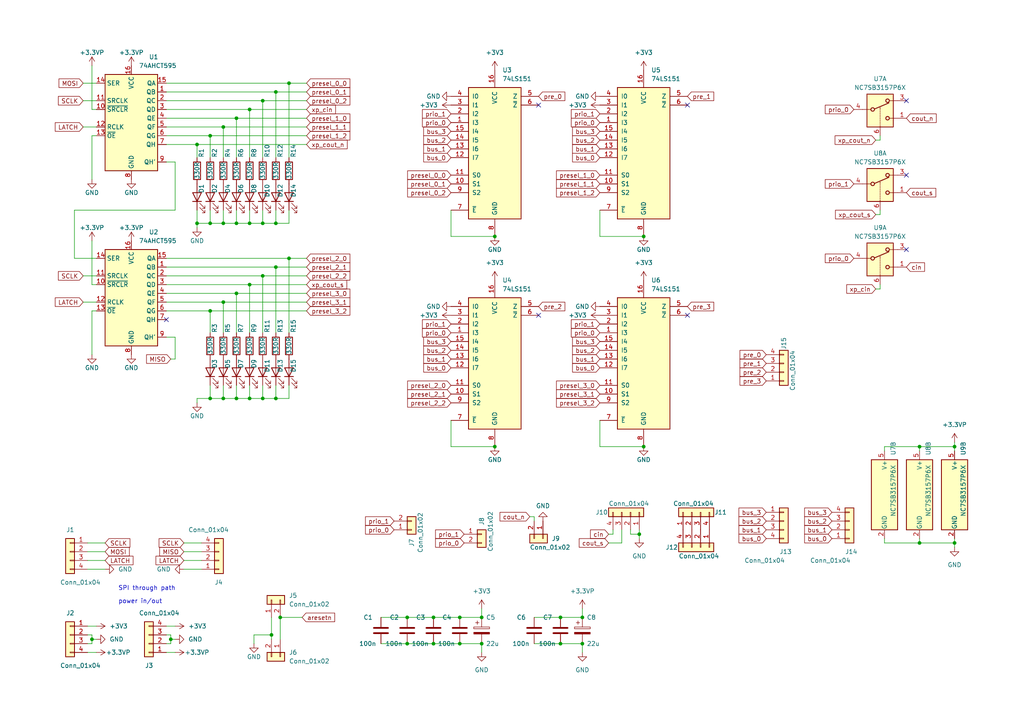
<source format=kicad_sch>
(kicad_sch (version 20230121) (generator eeschema)
  (paper "A4")
  (lib_symbols
    (symbol "74xx:74AHCT595"
      (property "Reference" "U" (at -7.62 13.97 0))
      (property "Value" "74AHCT595" (at -7.62 -16.51 0))
      (symbol "74AHCT595_1_0"
        (pin tri_state line (at 10.16 7.62 180) (length 2.54) (name "QB") (number "1"))
        (pin input line (at -10.16 2.54 0) (length 2.54) (name "~{SRCLR}") (number "10"))
        (pin input line (at -10.16 5.08 0) (length 2.54) (name "SRCLK") (number "11"))
        (pin input line (at -10.16 -2.54 0) (length 2.54) (name "RCLK") (number "12"))
        (pin input line (at -10.16 -5.08 0) (length 2.54) (name "~{OE}") (number "13"))
        (pin input line (at -10.16 10.16 0) (length 2.54) (name "SER") (number "14"))
        (pin tri_state line (at 10.16 10.16 180) (length 2.54) (name "QA") (number "15"))
        (pin power_in line (at 0 15.24 270) (length 2.54) (name "VCC") (number "16"))
        (pin tri_state line (at 10.16 5.08 180) (length 2.54) (name "QC") (number "2"))
        (pin tri_state line (at 10.16 2.54 180) (length 2.54) (name "QD") (number "3"))
        (pin tri_state line (at 10.16 0 180) (length 2.54) (name "QE") (number "4"))
        (pin tri_state line (at 10.16 -2.54 180) (length 2.54) (name "QF") (number "5"))
        (pin tri_state line (at 10.16 -5.08 180) (length 2.54) (name "QG") (number "6"))
        (pin tri_state line (at 10.16 -7.62 180) (length 2.54) (name "QH") (number "7"))
        (pin power_in line (at 0 -17.78 90) (length 2.54) (name "GND") (number "8"))
        (pin output line (at 10.16 -12.7 180) (length 2.54) (name "QH'") (number "9"))
      )
    )
    (symbol "74xx:74LS151" (pin_names (offset 1.016))
      (property "Reference" "U" (at -7.62 19.05 0))
      (property "Value" "74LS151" (at -7.62 -21.59 0))
      (symbol "74LS151_1_0"
        (pin input line (at -12.7 7.62 0) (length 5.08) (name "I3") (number "1"))
        (pin input line (at -12.7 -10.16 0) (length 5.08) (name "S1") (number "10"))
        (pin input line (at -12.7 -7.62 0) (length 5.08) (name "S0") (number "11"))
        (pin input line (at -12.7 -2.54 0) (length 5.08) (name "I7") (number "12"))
        (pin input line (at -12.7 0 0) (length 5.08) (name "I6") (number "13"))
        (pin input line (at -12.7 2.54 0) (length 5.08) (name "I5") (number "14"))
        (pin input line (at -12.7 5.08 0) (length 5.08) (name "I4") (number "15"))
        (pin power_in line (at 0 22.86 270) (length 5.08) (name "VCC") (number "16"))
        (pin input line (at -12.7 10.16 0) (length 5.08) (name "I2") (number "2"))
        (pin input line (at -12.7 12.7 0) (length 5.08) (name "I1") (number "3"))
        (pin input line (at -12.7 15.24 0) (length 5.08) (name "I0") (number "4"))
        (pin output line (at 12.7 15.24 180) (length 5.08) (name "Z") (number "5"))
        (pin output line (at 12.7 12.7 180) (length 5.08) (name "~{Z}") (number "6"))
        (pin input line (at -12.7 -17.78 0) (length 5.08) (name "~{E}") (number "7"))
        (pin power_in line (at 0 -25.4 90) (length 5.08) (name "GND") (number "8"))
        (pin input line (at -12.7 -12.7 0) (length 5.08) (name "S2") (number "9"))
      )
    )
    (symbol "Analog_Switch:NC7SB3157P6X" (pin_names (offset 0.127))
      (property "Reference" "U" (at -3.175 4.699 0))
      (property "Value" "NC7SB3157P6X" (at -3.175 2.921 0))
      (symbol "NC7SB3157P6X_1_1"
        (pin passive line (at 7.62 -5.08 180) (length 2.54) (name "~") (number "1"))
        (pin passive line (at 7.62 0 180) (length 2.54) (name "~") (number "3"))
        (pin passive line (at -7.62 -2.54 0) (length 2.54) (name "~") (number "4"))
        (pin input line (at 0 -10.16 90) (length 2.54) (name "~") (number "6"))
      )
      (symbol "NC7SB3157P6X_2_0"
        (pin power_in line (at 0 -12.7 90) (length 2.54) (name "GND") (number "2"))
        (pin power_in line (at 0 12.7 270) (length 2.54) (name "V+") (number "5"))
      )
    )
    (symbol "Connector_Generic:Conn_01x02" (pin_names (offset 1.016) hide)
      (property "Reference" "J" (at 0 2.54 0))
      (property "Value" "Conn_01x02" (at 0 -5.08 0))
      (symbol "Conn_01x02_1_1"
        (pin passive line (at -5.08 0 0) (length 3.81) (name "Pin_1") (number "1"))
        (pin passive line (at -5.08 -2.54 0) (length 3.81) (name "Pin_2") (number "2"))
      )
    )
    (symbol "Connector_Generic:Conn_01x04" (pin_names (offset 1.016) hide)
      (property "Reference" "J" (at 0 5.08 0))
      (property "Value" "Conn_01x04" (at 0 -7.62 0))
      (symbol "Conn_01x04_1_1"
        (pin passive line (at -5.08 2.54 0) (length 3.81) (name "Pin_1") (number "1"))
        (pin passive line (at -5.08 0 0) (length 3.81) (name "Pin_2") (number "2"))
        (pin passive line (at -5.08 -2.54 0) (length 3.81) (name "Pin_3") (number "3"))
        (pin passive line (at -5.08 -5.08 0) (length 3.81) (name "Pin_4") (number "4"))
      )
    )
    (symbol "Device:C" (pin_numbers hide) (pin_names (offset 0.254))
      (property "Reference" "C" (at 0.635 2.54 0))
      (property "Value" "C" (at 0.635 -2.54 0))
      (symbol "C_1_1"
        (pin passive line (at 0 3.81 270) (length 2.794) (name "~") (number "1"))
        (pin passive line (at 0 -3.81 90) (length 2.794) (name "~") (number "2"))
      )
    )
    (symbol "Device:C_Polarized" (pin_numbers hide) (pin_names (offset 0.254))
      (property "Reference" "C" (at 0.635 2.54 0))
      (property "Value" "C_Polarized" (at 0.635 -2.54 0))
      (symbol "C_Polarized_1_1"
        (pin passive line (at 0 3.81 270) (length 2.794) (name "~") (number "1"))
        (pin passive line (at 0 -3.81 90) (length 2.794) (name "~") (number "2"))
      )
    )
    (symbol "Device:LED" (pin_numbers hide) (pin_names (offset 1.016) hide)
      (property "Reference" "D" (at 0 2.54 0))
      (property "Value" "LED" (at 0 -2.54 0))
      (symbol "LED_1_1"
        (pin passive line (at -3.81 0 0) (length 2.54) (name "K") (number "1"))
        (pin passive line (at 3.81 0 180) (length 2.54) (name "A") (number "2"))
      )
    )
    (symbol "Device:R" (pin_numbers hide) (pin_names (offset 0))
      (property "Reference" "R" (at 2.032 0 90))
      (property "Value" "R" (at 0 0 90))
      (symbol "R_1_1"
        (pin passive line (at 0 3.81 270) (length 1.27) (name "~") (number "1"))
        (pin passive line (at 0 -3.81 90) (length 1.27) (name "~") (number "2"))
      )
    )
    (symbol "power:+3.3VP" (power) (pin_names (offset 0))
      (property "Value" "+3.3VP" (at 0 2.54 0))
      (symbol "+3.3VP_0_0"
        (pin power_in line (at 0 0 90) (length 0) hide (name "+3.3VP") (number "1"))
      )
    )
    (symbol "power:+3V3" (power) (pin_names (offset 0))
      (property "Value" "+3V3" (at 0 3.556 0))
      (symbol "+3V3_1_1"
        (pin power_in line (at 0 0 90) (length 0) hide (name "+3V3") (number "1"))
      )
    )
    (symbol "power:GND" (power) (pin_names (offset 0))
      (property "Value" "GND" (at 0 -3.81 0))
      (symbol "GND_1_1"
        (pin power_in line (at 0 0 270) (length 0) hide (name "GND") (number "1"))
      )
    )
  )
  (junction (at 68.58 34.29))
  (junction (at 76.2 64.77))
  (junction (at 60.96 115.57))
  (junction (at 133.35 179.07))
  (junction (at 64.77 115.57))
  (junction (at 266.7 157.48))
  (junction (at 26.67 185.42))
  (junction (at 60.96 90.17))
  (junction (at 68.58 85.09))
  (junction (at 49.53 185.42))
  (junction (at 80.01 26.67))
  (junction (at 186.69 68.58))
  (junction (at 118.11 186.69))
  (junction (at 83.82 24.13))
  (junction (at 68.58 115.57))
  (junction (at 80.01 64.77))
  (junction (at 139.7 186.69))
  (junction (at 276.86 157.48))
  (junction (at 72.39 64.77))
  (junction (at 125.73 186.69))
  (junction (at 186.69 129.54))
  (junction (at 64.77 64.77))
  (junction (at 60.96 64.77))
  (junction (at 57.15 64.77))
  (junction (at 168.91 179.07))
  (junction (at 68.58 64.77))
  (junction (at 168.91 186.69))
  (junction (at 266.7 129.54))
  (junction (at 57.15 41.91))
  (junction (at 139.7 179.07))
  (junction (at 72.39 115.57))
  (junction (at 162.56 186.69))
  (junction (at 72.39 82.55))
  (junction (at 60.96 39.37))
  (junction (at 81.28 179.07))
  (junction (at 76.2 80.01))
  (junction (at 162.56 179.07))
  (junction (at 83.82 74.93))
  (junction (at 143.51 68.58))
  (junction (at 80.01 77.47))
  (junction (at 72.39 31.75))
  (junction (at 143.51 129.54))
  (junction (at 64.77 87.63))
  (junction (at 185.42 154.94))
  (junction (at 78.74 184.15))
  (junction (at 76.2 29.21))
  (junction (at 133.35 186.69))
  (junction (at 276.86 129.54))
  (junction (at 125.73 179.07))
  (junction (at 76.2 115.57))
  (junction (at 80.01 115.57))
  (junction (at 118.11 179.07))
  (junction (at 64.77 36.83))
  (no_connect (at 262.89 29.21))
  (no_connect (at 156.21 30.48))
  (no_connect (at 156.21 91.44))
  (no_connect (at 262.89 72.39))
  (no_connect (at 262.89 50.8))
  (no_connect (at 199.39 91.44))
  (no_connect (at 48.26 92.71))
  (no_connect (at 199.39 30.48))
  (wire (pts (xy 64.77 64.77) (xy 68.58 64.77)))
  (wire (pts (xy 83.82 111.76) (xy 83.82 115.57)))
  (wire (pts (xy 72.39 115.57) (xy 76.2 115.57)))
  (wire (pts (xy 80.01 64.77) (xy 83.82 64.77)))
  (wire (pts (xy 48.26 39.37) (xy 60.96 39.37)))
  (wire (pts (xy 48.26 36.83) (xy 64.77 36.83)))
  (wire (pts (xy 21.59 60.96) (xy 21.59 74.93)))
  (wire (pts (xy 266.7 157.48) (xy 256.54 157.48)))
  (wire (pts (xy 83.82 24.13) (xy 83.82 45.72)))
  (wire (pts (xy 255.27 62.23) (xy 255.27 60.96)))
  (wire (pts (xy 168.91 186.69) (xy 168.91 189.23)))
  (wire (pts (xy 64.77 60.96) (xy 64.77 64.77)))
  (wire (pts (xy 48.26 46.99) (xy 50.8 46.99)))
  (wire (pts (xy 60.96 115.57) (xy 64.77 115.57)))
  (wire (pts (xy 24.13 29.21) (xy 27.94 29.21)))
  (wire (pts (xy 173.99 68.58) (xy 186.69 68.58)))
  (wire (pts (xy 133.35 179.07) (xy 139.7 179.07)))
  (wire (pts (xy 256.54 157.48) (xy 256.54 156.21)))
  (wire (pts (xy 83.82 24.13) (xy 88.9 24.13)))
  (wire (pts (xy 72.39 111.76) (xy 72.39 115.57)))
  (wire (pts (xy 68.58 85.09) (xy 88.9 85.09)))
  (wire (pts (xy 68.58 34.29) (xy 88.9 34.29)))
  (wire (pts (xy 76.2 115.57) (xy 80.01 115.57)))
  (wire (pts (xy 118.11 179.07) (xy 125.73 179.07)))
  (wire (pts (xy 154.94 179.07) (xy 162.56 179.07)))
  (wire (pts (xy 60.96 64.77) (xy 64.77 64.77)))
  (wire (pts (xy 80.01 77.47) (xy 80.01 96.52)))
  (wire (pts (xy 173.99 121.92) (xy 173.99 129.54)))
  (wire (pts (xy 173.99 129.54) (xy 186.69 129.54)))
  (wire (pts (xy 57.15 60.96) (xy 57.15 64.77)))
  (wire (pts (xy 68.58 60.96) (xy 68.58 64.77)))
  (wire (pts (xy 154.94 149.86) (xy 154.94 151.13)))
  (wire (pts (xy 26.67 90.17) (xy 26.67 102.87)))
  (wire (pts (xy 21.59 60.96) (xy 50.8 60.96)))
  (wire (pts (xy 50.8 104.14) (xy 50.8 97.79)))
  (wire (pts (xy 154.94 186.69) (xy 162.56 186.69)))
  (wire (pts (xy 49.53 185.42) (xy 49.53 184.15)))
  (wire (pts (xy 48.26 34.29) (xy 68.58 34.29)))
  (wire (pts (xy 25.4 162.56) (xy 30.48 162.56)))
  (wire (pts (xy 50.8 46.99) (xy 50.8 60.96)))
  (wire (pts (xy 26.67 39.37) (xy 26.67 52.07)))
  (wire (pts (xy 68.58 34.29) (xy 68.58 45.72)))
  (wire (pts (xy 72.39 60.96) (xy 72.39 64.77)))
  (wire (pts (xy 64.77 36.83) (xy 88.9 36.83)))
  (wire (pts (xy 276.86 128.27) (xy 276.86 129.54)))
  (wire (pts (xy 139.7 186.69) (xy 139.7 189.23)))
  (wire (pts (xy 72.39 31.75) (xy 88.9 31.75)))
  (wire (pts (xy 24.13 36.83) (xy 27.94 36.83)))
  (wire (pts (xy 64.77 36.83) (xy 64.77 45.72)))
  (wire (pts (xy 73.66 184.15) (xy 78.74 184.15)))
  (wire (pts (xy 68.58 85.09) (xy 68.58 96.52)))
  (wire (pts (xy 266.7 129.54) (xy 266.7 130.81)))
  (wire (pts (xy 173.99 60.96) (xy 173.99 68.58)))
  (wire (pts (xy 48.26 74.93) (xy 83.82 74.93)))
  (wire (pts (xy 139.7 176.53) (xy 139.7 179.07)))
  (wire (pts (xy 255.27 40.64) (xy 255.27 39.37)))
  (wire (pts (xy 26.67 19.05) (xy 26.67 31.75)))
  (wire (pts (xy 83.82 74.93) (xy 83.82 96.52)))
  (wire (pts (xy 133.35 186.69) (xy 139.7 186.69)))
  (wire (pts (xy 80.01 26.67) (xy 80.01 45.72)))
  (wire (pts (xy 130.81 60.96) (xy 130.81 68.58)))
  (wire (pts (xy 48.26 87.63) (xy 64.77 87.63)))
  (wire (pts (xy 24.13 80.01) (xy 27.94 80.01)))
  (wire (pts (xy 180.34 157.48) (xy 180.34 153.67)))
  (wire (pts (xy 48.26 97.79) (xy 50.8 97.79)))
  (wire (pts (xy 48.26 77.47) (xy 80.01 77.47)))
  (wire (pts (xy 49.53 186.69) (xy 49.53 185.42)))
  (wire (pts (xy 153.67 149.86) (xy 154.94 149.86)))
  (wire (pts (xy 57.15 115.57) (xy 60.96 115.57)))
  (wire (pts (xy 25.4 189.23) (xy 27.94 189.23)))
  (wire (pts (xy 60.96 90.17) (xy 88.9 90.17)))
  (wire (pts (xy 177.8 154.94) (xy 177.8 153.67)))
  (wire (pts (xy 26.67 186.69) (xy 26.67 185.42)))
  (wire (pts (xy 73.66 184.15) (xy 73.66 186.69)))
  (wire (pts (xy 68.58 64.77) (xy 72.39 64.77)))
  (wire (pts (xy 76.2 111.76) (xy 76.2 115.57)))
  (wire (pts (xy 60.96 111.76) (xy 60.96 115.57)))
  (wire (pts (xy 60.96 39.37) (xy 60.96 45.72)))
  (wire (pts (xy 57.15 115.57) (xy 57.15 116.84)))
  (wire (pts (xy 48.26 189.23) (xy 50.8 189.23)))
  (wire (pts (xy 76.2 60.96) (xy 76.2 64.77)))
  (wire (pts (xy 60.96 90.17) (xy 60.96 96.52)))
  (wire (pts (xy 162.56 186.69) (xy 168.91 186.69)))
  (wire (pts (xy 130.81 121.92) (xy 130.81 129.54)))
  (wire (pts (xy 125.73 179.07) (xy 133.35 179.07)))
  (wire (pts (xy 49.53 184.15) (xy 48.26 184.15)))
  (wire (pts (xy 76.2 29.21) (xy 76.2 45.72)))
  (wire (pts (xy 110.49 186.69) (xy 118.11 186.69)))
  (wire (pts (xy 27.94 82.55) (xy 26.67 82.55)))
  (wire (pts (xy 110.49 179.07) (xy 118.11 179.07)))
  (wire (pts (xy 80.01 115.57) (xy 83.82 115.57)))
  (wire (pts (xy 80.01 111.76) (xy 80.01 115.57)))
  (wire (pts (xy 25.4 160.02) (xy 30.48 160.02)))
  (wire (pts (xy 57.15 64.77) (xy 57.15 66.04)))
  (wire (pts (xy 25.4 157.48) (xy 30.48 157.48)))
  (wire (pts (xy 81.28 179.07) (xy 81.28 185.42)))
  (wire (pts (xy 64.77 115.57) (xy 68.58 115.57)))
  (wire (pts (xy 48.26 85.09) (xy 68.58 85.09)))
  (wire (pts (xy 78.74 184.15) (xy 78.74 185.42)))
  (wire (pts (xy 26.67 184.15) (xy 25.4 184.15)))
  (wire (pts (xy 48.26 29.21) (xy 76.2 29.21)))
  (wire (pts (xy 64.77 111.76) (xy 64.77 115.57)))
  (wire (pts (xy 266.7 129.54) (xy 276.86 129.54)))
  (wire (pts (xy 25.4 186.69) (xy 26.67 186.69)))
  (wire (pts (xy 78.74 179.07) (xy 78.74 184.15)))
  (wire (pts (xy 57.15 64.77) (xy 60.96 64.77)))
  (wire (pts (xy 53.34 157.48) (xy 58.42 157.48)))
  (wire (pts (xy 57.15 41.91) (xy 88.9 41.91)))
  (wire (pts (xy 162.56 179.07) (xy 168.91 179.07)))
  (wire (pts (xy 60.96 39.37) (xy 88.9 39.37)))
  (wire (pts (xy 125.73 186.69) (xy 133.35 186.69)))
  (wire (pts (xy 26.67 39.37) (xy 27.94 39.37)))
  (wire (pts (xy 266.7 156.21) (xy 266.7 157.48)))
  (wire (pts (xy 48.26 80.01) (xy 76.2 80.01)))
  (wire (pts (xy 53.34 160.02) (xy 58.42 160.02)))
  (wire (pts (xy 276.86 157.48) (xy 276.86 158.75)))
  (wire (pts (xy 130.81 129.54) (xy 143.51 129.54)))
  (wire (pts (xy 80.01 26.67) (xy 88.9 26.67)))
  (wire (pts (xy 130.81 68.58) (xy 143.51 68.58)))
  (wire (pts (xy 72.39 82.55) (xy 72.39 96.52)))
  (wire (pts (xy 254 62.23) (xy 255.27 62.23)))
  (wire (pts (xy 185.42 154.94) (xy 185.42 156.21)))
  (wire (pts (xy 276.86 129.54) (xy 276.86 130.81)))
  (wire (pts (xy 256.54 130.81) (xy 256.54 129.54)))
  (wire (pts (xy 64.77 87.63) (xy 64.77 96.52)))
  (wire (pts (xy 276.86 157.48) (xy 266.7 157.48)))
  (wire (pts (xy 25.4 165.1) (xy 30.48 165.1)))
  (wire (pts (xy 83.82 60.96) (xy 83.82 64.77)))
  (wire (pts (xy 76.2 80.01) (xy 76.2 96.52)))
  (wire (pts (xy 24.13 24.13) (xy 27.94 24.13)))
  (wire (pts (xy 185.42 153.67) (xy 185.42 154.94)))
  (wire (pts (xy 72.39 64.77) (xy 76.2 64.77)))
  (wire (pts (xy 72.39 31.75) (xy 72.39 45.72)))
  (wire (pts (xy 81.28 179.07) (xy 87.63 179.07)))
  (wire (pts (xy 68.58 111.76) (xy 68.58 115.57)))
  (wire (pts (xy 176.53 157.48) (xy 180.34 157.48)))
  (wire (pts (xy 256.54 129.54) (xy 266.7 129.54)))
  (wire (pts (xy 57.15 41.91) (xy 48.26 41.91)))
  (wire (pts (xy 25.4 181.61) (xy 27.94 181.61)))
  (wire (pts (xy 57.15 45.72) (xy 57.15 41.91)))
  (wire (pts (xy 254 83.82) (xy 255.27 83.82)))
  (wire (pts (xy 76.2 29.21) (xy 88.9 29.21)))
  (wire (pts (xy 26.67 185.42) (xy 27.94 185.42)))
  (wire (pts (xy 83.82 74.93) (xy 88.9 74.93)))
  (wire (pts (xy 118.11 186.69) (xy 125.73 186.69)))
  (wire (pts (xy 26.67 90.17) (xy 27.94 90.17)))
  (wire (pts (xy 68.58 115.57) (xy 72.39 115.57)))
  (wire (pts (xy 80.01 60.96) (xy 80.01 64.77)))
  (wire (pts (xy 53.34 165.1) (xy 58.42 165.1)))
  (wire (pts (xy 80.01 77.47) (xy 88.9 77.47)))
  (wire (pts (xy 255.27 83.82) (xy 255.27 82.55)))
  (wire (pts (xy 76.2 64.77) (xy 80.01 64.77)))
  (wire (pts (xy 49.53 104.14) (xy 50.8 104.14)))
  (wire (pts (xy 176.53 154.94) (xy 177.8 154.94)))
  (wire (pts (xy 49.53 185.42) (xy 50.8 185.42)))
  (wire (pts (xy 76.2 80.01) (xy 88.9 80.01)))
  (wire (pts (xy 21.59 74.93) (xy 27.94 74.93)))
  (wire (pts (xy 48.26 82.55) (xy 72.39 82.55)))
  (wire (pts (xy 48.26 26.67) (xy 80.01 26.67)))
  (wire (pts (xy 26.67 69.85) (xy 26.67 82.55)))
  (wire (pts (xy 60.96 60.96) (xy 60.96 64.77)))
  (wire (pts (xy 48.26 181.61) (xy 50.8 181.61)))
  (wire (pts (xy 182.88 154.94) (xy 182.88 153.67)))
  (wire (pts (xy 64.77 87.63) (xy 88.9 87.63)))
  (wire (pts (xy 27.94 31.75) (xy 26.67 31.75)))
  (wire (pts (xy 72.39 82.55) (xy 88.9 82.55)))
  (wire (pts (xy 276.86 156.21) (xy 276.86 157.48)))
  (wire (pts (xy 185.42 154.94) (xy 182.88 154.94)))
  (wire (pts (xy 168.91 176.53) (xy 168.91 179.07)))
  (wire (pts (xy 254 40.64) (xy 255.27 40.64)))
  (wire (pts (xy 48.26 90.17) (xy 60.96 90.17)))
  (wire (pts (xy 48.26 31.75) (xy 72.39 31.75)))
  (wire (pts (xy 26.67 185.42) (xy 26.67 184.15)))
  (wire (pts (xy 53.34 162.56) (xy 58.42 162.56)))
  (wire (pts (xy 24.13 87.63) (xy 27.94 87.63)))
  (wire (pts (xy 48.26 186.69) (xy 49.53 186.69)))
  (wire (pts (xy 48.26 24.13) (xy 83.82 24.13)))
  (text "SPI through path" (at 34.29 171.45 0) (effects (font (size 1.27 1.27)) (justify left bottom)))
  (text "power in/out" (at 34.29 175.26 0) (effects (font (size 1.27 1.27)) (justify left bottom)))
  (global_label "prio_1" (shape input) (at 134.62 154.94 180) (property "Intersheetrefs" "${INTERSHEET_REFS}" (effects hide)))
  (global_label "bus_2" (shape input) (at 130.81 101.6 180) (property "Intersheetrefs" "${INTERSHEET_REFS}" (effects hide)))
  (global_label "bus_1" (shape input) (at 173.99 43.18 180) (property "Intersheetrefs" "${INTERSHEET_REFS}" (effects hide)))
  (global_label "presel_3_1" (shape input) (at 173.99 114.3 180) (property "Intersheetrefs" "${INTERSHEET_REFS}" (effects hide)))
  (global_label "aresetn" (shape input) (at 87.63 179.07 0) (property "Intersheetrefs" "${INTERSHEET_REFS}" (effects hide)))
  (global_label "bus_1" (shape input) (at 130.81 43.18 180) (property "Intersheetrefs" "${INTERSHEET_REFS}" (effects hide)))
  (global_label "prio_1" (shape input) (at 130.81 93.98 180) (property "Intersheetrefs" "${INTERSHEET_REFS}" (effects hide)))
  (global_label "LATCH" (shape input) (at 24.13 87.63 180) (property "Intersheetrefs" "${INTERSHEET_REFS}" (effects hide)))
  (global_label "presel_1_0" (shape input) (at 173.99 50.8 180) (property "Intersheetrefs" "${INTERSHEET_REFS}" (effects hide)))
  (global_label "bus_0" (shape input) (at 241.3 156.21 180) (property "Intersheetrefs" "${INTERSHEET_REFS}" (effects hide)))
  (global_label "presel_3_2" (shape input) (at 88.9 90.17 0) (property "Intersheetrefs" "${INTERSHEET_REFS}" (effects hide)))
  (global_label "bus_3" (shape input) (at 173.99 99.06 180) (property "Intersheetrefs" "${INTERSHEET_REFS}" (effects hide)))
  (global_label "prio_0" (shape input) (at 114.3 153.67 180) (property "Intersheetrefs" "${INTERSHEET_REFS}" (effects hide)))
  (global_label "bus_2" (shape input) (at 222.25 151.13 180) (property "Intersheetrefs" "${INTERSHEET_REFS}" (effects hide)))
  (global_label "bus_3" (shape input) (at 130.81 38.1 180) (property "Intersheetrefs" "${INTERSHEET_REFS}" (effects hide)))
  (global_label "presel_3_0" (shape input) (at 88.9 85.09 0) (property "Intersheetrefs" "${INTERSHEET_REFS}" (effects hide)))
  (global_label "presel_2_0" (shape input) (at 88.9 74.93 0) (property "Intersheetrefs" "${INTERSHEET_REFS}" (effects hide)))
  (global_label "xp_cin" (shape input) (at 88.9 31.75 0) (property "Intersheetrefs" "${INTERSHEET_REFS}" (effects hide)))
  (global_label "presel_3_1" (shape input) (at 88.9 87.63 0) (property "Intersheetrefs" "${INTERSHEET_REFS}" (effects hide)))
  (global_label "pre_1" (shape input) (at 222.25 105.41 180) (property "Intersheetrefs" "${INTERSHEET_REFS}" (effects hide)))
  (global_label "presel_1_2" (shape input) (at 173.99 55.88 180) (property "Intersheetrefs" "${INTERSHEET_REFS}" (effects hide)))
  (global_label "pre_3" (shape input) (at 222.25 110.49 180) (property "Intersheetrefs" "${INTERSHEET_REFS}" (effects hide)))
  (global_label "bus_0" (shape input) (at 173.99 45.72 180) (property "Intersheetrefs" "${INTERSHEET_REFS}" (effects hide)))
  (global_label "MOSI" (shape input) (at 24.13 24.13 180) (property "Intersheetrefs" "${INTERSHEET_REFS}" (effects hide)))
  (global_label "presel_1_1" (shape input) (at 88.9 36.83 0) (property "Intersheetrefs" "${INTERSHEET_REFS}" (effects hide)))
  (global_label "cout_s" (shape input) (at 176.53 157.48 180) (property "Intersheetrefs" "${INTERSHEET_REFS}" (effects hide)))
  (global_label "cout_n" (shape input) (at 262.89 34.29 0) (property "Intersheetrefs" "${INTERSHEET_REFS}" (effects hide)))
  (global_label "presel_0_2" (shape input) (at 88.9 29.21 0) (property "Intersheetrefs" "${INTERSHEET_REFS}" (effects hide)))
  (global_label "pre_2" (shape input) (at 156.21 88.9 0) (property "Intersheetrefs" "${INTERSHEET_REFS}" (effects hide)))
  (global_label "xp_cout_s" (shape input) (at 88.9 82.55 0) (property "Intersheetrefs" "${INTERSHEET_REFS}" (effects hide)))
  (global_label "bus_1" (shape input) (at 173.99 104.14 180) (property "Intersheetrefs" "${INTERSHEET_REFS}" (effects hide)))
  (global_label "bus_2" (shape input) (at 173.99 40.64 180) (property "Intersheetrefs" "${INTERSHEET_REFS}" (effects hide)))
  (global_label "prio_1" (shape input) (at 173.99 93.98 180) (property "Intersheetrefs" "${INTERSHEET_REFS}" (effects hide)))
  (global_label "MISO" (shape input) (at 53.34 160.02 180) (property "Intersheetrefs" "${INTERSHEET_REFS}" (effects hide)))
  (global_label "LATCH" (shape input) (at 30.48 162.56 0) (property "Intersheetrefs" "${INTERSHEET_REFS}" (effects hide)))
  (global_label "presel_0_2" (shape input) (at 130.81 55.88 180) (property "Intersheetrefs" "${INTERSHEET_REFS}" (effects hide)))
  (global_label "presel_2_0" (shape input) (at 130.81 111.76 180) (property "Intersheetrefs" "${INTERSHEET_REFS}" (effects hide)))
  (global_label "cout_s" (shape input) (at 262.89 55.88 0) (property "Intersheetrefs" "${INTERSHEET_REFS}" (effects hide)))
  (global_label "xp_cin" (shape input) (at 254 83.82 180) (property "Intersheetrefs" "${INTERSHEET_REFS}" (effects hide)))
  (global_label "presel_2_1" (shape input) (at 130.81 114.3 180) (property "Intersheetrefs" "${INTERSHEET_REFS}" (effects hide)))
  (global_label "bus_3" (shape input) (at 241.3 148.59 180) (property "Intersheetrefs" "${INTERSHEET_REFS}" (effects hide)))
  (global_label "prio_0" (shape input) (at 247.65 31.75 180) (property "Intersheetrefs" "${INTERSHEET_REFS}" (effects hide)))
  (global_label "cin" (shape input) (at 262.89 77.47 0) (property "Intersheetrefs" "${INTERSHEET_REFS}" (effects hide)))
  (global_label "LATCH" (shape input) (at 53.34 162.56 180) (property "Intersheetrefs" "${INTERSHEET_REFS}" (effects hide)))
  (global_label "prio_0" (shape input) (at 130.81 35.56 180) (property "Intersheetrefs" "${INTERSHEET_REFS}" (effects hide)))
  (global_label "presel_0_0" (shape input) (at 88.9 24.13 0) (property "Intersheetrefs" "${INTERSHEET_REFS}" (effects hide)))
  (global_label "MISO" (shape input) (at 49.53 104.14 180) (property "Intersheetrefs" "${INTERSHEET_REFS}" (effects hide)))
  (global_label "presel_3_0" (shape input) (at 173.99 111.76 180) (property "Intersheetrefs" "${INTERSHEET_REFS}" (effects hide)))
  (global_label "pre_0" (shape input) (at 156.21 27.94 0) (property "Intersheetrefs" "${INTERSHEET_REFS}" (effects hide)))
  (global_label "bus_1" (shape input) (at 241.3 153.67 180) (property "Intersheetrefs" "${INTERSHEET_REFS}" (effects hide)))
  (global_label "pre_1" (shape input) (at 199.39 27.94 0) (property "Intersheetrefs" "${INTERSHEET_REFS}" (effects hide)))
  (global_label "bus_2" (shape input) (at 241.3 151.13 180) (property "Intersheetrefs" "${INTERSHEET_REFS}" (effects hide)))
  (global_label "bus_1" (shape input) (at 222.25 153.67 180) (property "Intersheetrefs" "${INTERSHEET_REFS}" (effects hide)))
  (global_label "presel_3_2" (shape input) (at 173.99 116.84 180) (property "Intersheetrefs" "${INTERSHEET_REFS}" (effects hide)))
  (global_label "presel_2_2" (shape input) (at 88.9 80.01 0) (property "Intersheetrefs" "${INTERSHEET_REFS}" (effects hide)))
  (global_label "prio_0" (shape input) (at 134.62 157.48 180) (property "Intersheetrefs" "${INTERSHEET_REFS}" (effects hide)))
  (global_label "presel_1_0" (shape input) (at 88.9 34.29 0) (property "Intersheetrefs" "${INTERSHEET_REFS}" (effects hide)))
  (global_label "pre_2" (shape input) (at 222.25 107.95 180) (property "Intersheetrefs" "${INTERSHEET_REFS}" (effects hide)))
  (global_label "prio_1" (shape input) (at 173.99 33.02 180) (property "Intersheetrefs" "${INTERSHEET_REFS}" (effects hide)))
  (global_label "cin" (shape input) (at 176.53 154.94 180) (property "Intersheetrefs" "${INTERSHEET_REFS}" (effects hide)))
  (global_label "presel_0_1" (shape input) (at 88.9 26.67 0) (property "Intersheetrefs" "${INTERSHEET_REFS}" (effects hide)))
  (global_label "pre_3" (shape input) (at 199.39 88.9 0) (property "Intersheetrefs" "${INTERSHEET_REFS}" (effects hide)))
  (global_label "prio_0" (shape input) (at 173.99 96.52 180) (property "Intersheetrefs" "${INTERSHEET_REFS}" (effects hide)))
  (global_label "bus_2" (shape input) (at 130.81 40.64 180) (property "Intersheetrefs" "${INTERSHEET_REFS}" (effects hide)))
  (global_label "bus_0" (shape input) (at 130.81 106.68 180) (property "Intersheetrefs" "${INTERSHEET_REFS}" (effects hide)))
  (global_label "bus_2" (shape input) (at 173.99 101.6 180) (property "Intersheetrefs" "${INTERSHEET_REFS}" (effects hide)))
  (global_label "bus_1" (shape input) (at 130.81 104.14 180) (property "Intersheetrefs" "${INTERSHEET_REFS}" (effects hide)))
  (global_label "SCLK" (shape input) (at 53.34 157.48 180) (property "Intersheetrefs" "${INTERSHEET_REFS}" (effects hide)))
  (global_label "presel_0_0" (shape input) (at 130.81 50.8 180) (property "Intersheetrefs" "${INTERSHEET_REFS}" (effects hide)))
  (global_label "cout_n" (shape input) (at 153.67 149.86 180) (property "Intersheetrefs" "${INTERSHEET_REFS}" (effects hide)))
  (global_label "bus_3" (shape input) (at 222.25 148.59 180) (property "Intersheetrefs" "${INTERSHEET_REFS}" (effects hide)))
  (global_label "bus_3" (shape input) (at 173.99 38.1 180) (property "Intersheetrefs" "${INTERSHEET_REFS}" (effects hide)))
  (global_label "pre_0" (shape input) (at 222.25 102.87 180) (property "Intersheetrefs" "${INTERSHEET_REFS}" (effects hide)))
  (global_label "SCLK" (shape input) (at 24.13 80.01 180) (property "Intersheetrefs" "${INTERSHEET_REFS}" (effects hide)))
  (global_label "prio_1" (shape input) (at 130.81 33.02 180) (property "Intersheetrefs" "${INTERSHEET_REFS}" (effects hide)))
  (global_label "SCLK" (shape input) (at 24.13 29.21 180) (property "Intersheetrefs" "${INTERSHEET_REFS}" (effects hide)))
  (global_label "presel_0_1" (shape input) (at 130.81 53.34 180) (property "Intersheetrefs" "${INTERSHEET_REFS}" (effects hide)))
  (global_label "bus_0" (shape input) (at 222.25 156.21 180) (property "Intersheetrefs" "${INTERSHEET_REFS}" (effects hide)))
  (global_label "prio_0" (shape input) (at 247.65 74.93 180) (property "Intersheetrefs" "${INTERSHEET_REFS}" (effects hide)))
  (global_label "prio_1" (shape input) (at 114.3 151.13 180) (property "Intersheetrefs" "${INTERSHEET_REFS}" (effects hide)))
  (global_label "MOSI" (shape input) (at 30.48 160.02 0) (property "Intersheetrefs" "${INTERSHEET_REFS}" (effects hide)))
  (global_label "prio_0" (shape input) (at 130.81 96.52 180) (property "Intersheetrefs" "${INTERSHEET_REFS}" (effects hide)))
  (global_label "LATCH" (shape input) (at 24.13 36.83 180) (property "Intersheetrefs" "${INTERSHEET_REFS}" (effects hide)))
  (global_label "SCLK" (shape input) (at 30.48 157.48 0) (property "Intersheetrefs" "${INTERSHEET_REFS}" (effects hide)))
  (global_label "xp_cout_n" (shape input) (at 254 40.64 180) (property "Intersheetrefs" "${INTERSHEET_REFS}" (effects hide)))
  (global_label "prio_0" (shape input) (at 173.99 35.56 180) (property "Intersheetrefs" "${INTERSHEET_REFS}" (effects hide)))
  (global_label "presel_1_2" (shape input) (at 88.9 39.37 0) (property "Intersheetrefs" "${INTERSHEET_REFS}" (effects hide)))
  (global_label "bus_0" (shape input) (at 173.99 106.68 180) (property "Intersheetrefs" "${INTERSHEET_REFS}" (effects hide)))
  (global_label "bus_0" (shape input) (at 130.81 45.72 180) (property "Intersheetrefs" "${INTERSHEET_REFS}" (effects hide)))
  (global_label "presel_2_2" (shape input) (at 130.81 116.84 180) (property "Intersheetrefs" "${INTERSHEET_REFS}" (effects hide)))
  (global_label "prio_1" (shape input) (at 247.65 53.34 180) (property "Intersheetrefs" "${INTERSHEET_REFS}" (effects hide)))
  (global_label "presel_1_1" (shape input) (at 173.99 53.34 180) (property "Intersheetrefs" "${INTERSHEET_REFS}" (effects hide)))
  (global_label "presel_2_1" (shape input) (at 88.9 77.47 0) (property "Intersheetrefs" "${INTERSHEET_REFS}" (effects hide)))
  (global_label "xp_cout_n" (shape input) (at 88.9 41.91 0) (property "Intersheetrefs" "${INTERSHEET_REFS}" (effects hide)))
  (global_label "xp_cout_s" (shape input) (at 254 62.23 180) (property "Intersheetrefs" "${INTERSHEET_REFS}" (effects hide)))
  (global_label "bus_3" (shape input) (at 130.81 99.06 180) (property "Intersheetrefs" "${INTERSHEET_REFS}" (effects hide)))
  (symbol (lib_id "Device:LED") (at 72.39 57.15 90) (unit 1)
    (property "Reference" "D8" (at 73.66 53.34 0) (effects (justify right)))
    (property "Value" "LED (green)" (effects hide))
    (property "Footprint" "LED_SMD:LED_0805_2012Metric" (effects hide))
    (property "JLCPCB Part #" "C2297" (effects hide))
    (property "Part Nr." "C2297" (effects hide))
  )
  (symbol (lib_id "Device:R") (at 80.01 49.53 0) (unit 1)
    (property "Reference" "R12" (at 81.28 45.72 90) (effects (justify left)))
    (property "Value" "330R" (at 80.01 52.07 90) (effects (justify left)))
    (property "Footprint" "Resistor_SMD:R_0603_1608Metric" (effects hide))
    (property "JLCPCB Part #" "C23138" (effects hide))
    (property "Part Nr." "0603WAF3300T5E" (effects hide))
  )
  (symbol (lib_id "Connector_Generic:Conn_01x02") (at 139.7 154.94 0) (unit 1)
    (property "Reference" "J8" (at 139.7 152.4 90) (effects (justify left)))
    (property "Value" "Conn_01x02" (at 142.24 160.02 90) (effects (justify left)))
    (property "Footprint" "Connector_PinHeader_2.54mm:PinHeader_1x02_P2.54mm_Horizontal" (effects hide))
    (property "JLCPCB Part #" "do not place" (effects hide))
    (property "Part Nr." "do not place" (effects hide))
    (property "JLCPCB Alt #" "do not place" (effects hide))
  )
  (symbol (lib_id "power:GND") (at 173.99 88.9 270) (unit 1)
    (property "Reference" "#PWR035" (effects hide))
    (property "Value" "GND" (at 168.91 88.9 90))
  )
  (symbol (lib_id "Connector_Generic:Conn_01x04") (at 246.38 153.67 0) (mirror x) (unit 1)
    (property "Reference" "J14" (at 245.11 160.02 0) (effects (justify left)))
    (property "Value" "Conn_01x04" (at 234.95 162.56 0) (effects (justify left)))
    (property "Footprint" "Connector_PinHeader_2.54mm:PinHeader_1x04_P2.54mm_Horizontal" (effects hide))
    (property "JLCPCB Part #" "do not place" (effects hide))
    (property "Part Nr." "do not place" (effects hide))
    (property "JLCPCB Alt #" "do not place" (effects hide))
  )
  (symbol (lib_id "Connector_Generic:Conn_01x02") (at 119.38 153.67 0) (mirror x) (unit 1)
    (property "Reference" "J7" (at 119.38 156.21 90) (effects (justify left)))
    (property "Value" "Conn_01x02" (at 121.92 148.59 90) (effects (justify left)))
    (property "Footprint" "Connector_PinHeader_2.54mm:PinHeader_1x02_P2.54mm_Horizontal" (effects hide))
    (property "JLCPCB Part #" "do not place" (effects hide))
    (property "Part Nr." "do not place" (effects hide))
    (property "JLCPCB Alt #" "do not place" (effects hide))
  )
  (symbol (lib_id "Analog_Switch:NC7SB3157P6X") (at 276.86 143.51 0) (unit 2)
    (property "Reference" "U9" (at 279.4 132.08 90) (effects (justify left)))
    (property "Value" "NC7SB3157P6X" (at 279.4 149.86 90) (effects (justify left)))
    (property "Footprint" "Package_TO_SOT_SMD:SOT-363_SC-70-6" (effects hide))
    (property "Datasheet" "https://www.onsemi.com/pub/Collateral/NC7SB3157-D.PDF" (effects hide))
    (property "JLCPCB Part #" "C2944066" (effects hide))
    (property "Part Nr." "BL1551B" (effects hide))
    (property "package" "SC-70-6" (effects hide))
  )
  (symbol (lib_id "power:+3.3VP") (at 26.67 69.85 0) (unit 1)
    (property "Reference" "#PWR03" (effects hide))
    (property "Value" "+3.3VP" (at 26.67 66.04 0))
  )
  (symbol (lib_id "power:GND") (at 143.51 68.58 0) (unit 1)
    (property "Reference" "#PWR027" (effects hide))
    (property "Value" "GND" (at 143.51 72.39 0))
  )
  (symbol (lib_id "power:GND") (at 38.1 52.07 0) (unit 1)
    (property "Reference" "#PWR010" (effects hide))
    (property "Value" "GND" (at 38.1 55.88 0))
  )
  (symbol (lib_id "Device:LED") (at 68.58 107.95 90) (unit 1)
    (property "Reference" "D7" (at 69.85 104.14 0) (effects (justify right)))
    (property "Value" "LED (green)" (effects hide))
    (property "Footprint" "LED_SMD:LED_0805_2012Metric" (effects hide))
    (property "JLCPCB Part #" "C2297" (effects hide))
    (property "Part Nr." "C2297" (effects hide))
  )
  (symbol (lib_id "Device:LED") (at 60.96 107.95 90) (unit 1)
    (property "Reference" "D3" (at 62.23 104.14 0) (effects (justify right)))
    (property "Value" "LED (green)" (effects hide))
    (property "Footprint" "LED_SMD:LED_0805_2012Metric" (effects hide))
    (property "JLCPCB Part #" "C2297" (effects hide))
    (property "Part Nr." "C2297" (effects hide))
  )
  (symbol (lib_id "Device:LED") (at 76.2 107.95 90) (unit 1)
    (property "Reference" "D11" (at 77.47 104.14 0) (effects (justify right)))
    (property "Value" "LED (green)" (effects hide))
    (property "Footprint" "LED_SMD:LED_0805_2012Metric" (effects hide))
    (property "JLCPCB Part #" "C2297" (effects hide))
    (property "Part Nr." "C2297" (effects hide))
  )
  (symbol (lib_id "Connector_Generic:Conn_01x04") (at 63.5 162.56 0) (mirror x) (unit 1)
    (property "Reference" "J4" (at 62.23 168.91 0) (effects (justify left)))
    (property "Value" "Conn_01x04" (at 54.61 153.67 0) (effects (justify left)))
    (property "Footprint" "Connector_PinHeader_2.54mm:PinHeader_1x04_P2.54mm_Horizontal" (effects hide))
    (property "JLCPCB Part #" "do not place" (effects hide))
    (property "Part Nr." "do not place" (effects hide))
    (property "JLCPCB Alt #" "do not place" (effects hide))
  )
  (symbol (lib_id "Device:C") (at 162.56 182.88 0) (unit 1)
    (property "Reference" "C7" (at 157.48 179.07 0) (effects (justify left)))
    (property "Value" "100n" (at 156.21 186.69 0) (effects (justify left)))
    (property "Footprint" "Capacitor_SMD:C_0603_1608Metric" (effects hide))
    (property "JLCPCB Part #" "C14663" (effects hide))
    (property "Part Nr." "CC0603KRX7R9BB104" (effects hide))
    (property "Dielectric" "X7R" (effects hide))
    (property "Voltage" "50" (effects hide))
  )
  (symbol (lib_id "Connector_Generic:Conn_01x02") (at 157.48 156.21 270) (unit 1)
    (property "Reference" "J9" (at 160.02 156.21 90) (effects (justify left)))
    (property "Value" "Conn_01x02" (at 153.67 158.75 90) (effects (justify left)))
    (property "Footprint" "Connector_PinHeader_2.54mm:PinHeader_1x02_P2.54mm_Horizontal" (effects hide))
    (property "JLCPCB Part #" "do not place" (effects hide))
    (property "Part Nr." "do not place" (effects hide))
    (property "JLCPCB Alt #" "do not place" (effects hide))
  )
  (symbol (lib_id "Device:R") (at 76.2 49.53 0) (unit 1)
    (property "Reference" "R10" (at 77.47 45.72 90) (effects (justify left)))
    (property "Value" "330R" (at 76.2 52.07 90) (effects (justify left)))
    (property "Footprint" "Resistor_SMD:R_0603_1608Metric" (effects hide))
    (property "JLCPCB Part #" "C23138" (effects hide))
    (property "Part Nr." "0603WAF3300T5E" (effects hide))
  )
  (symbol (lib_id "power:+3.3VP") (at 276.86 128.27 0) (unit 1)
    (property "Reference" "#PWR042" (effects hide))
    (property "Value" "+3.3VP" (at 276.86 123.19 0))
  )
  (symbol (lib_id "Connector_Generic:Conn_01x04") (at 227.33 107.95 0) (mirror x) (unit 1)
    (property "Reference" "J15" (at 227.33 97.79 90) (effects (justify left)))
    (property "Value" "Conn_01x04" (at 229.87 101.6 90) (effects (justify left)))
    (property "Footprint" "Connector_PinHeader_2.54mm:PinHeader_1x04_P2.54mm_Horizontal" (effects hide))
    (property "JLCPCB Part #" "do not place" (effects hide))
    (property "Part Nr." "do not place" (effects hide))
    (property "JLCPCB Alt #" "do not place" (effects hide))
  )
  (symbol (lib_id "power:+3.3VP") (at 38.1 19.05 0) (unit 1)
    (property "Reference" "#PWR09" (effects hide))
    (property "Value" "+3.3VP" (at 38.1 15.24 0))
  )
  (symbol (lib_id "power:+3V3") (at 173.99 30.48 90) (unit 1)
    (property "Reference" "#PWR034" (effects hide))
    (property "Value" "+3V3" (at 170.18 30.48 90) (effects (justify left)))
  )
  (symbol (lib_id "Device:LED") (at 68.58 57.15 90) (unit 1)
    (property "Reference" "D6" (at 69.85 53.34 0) (effects (justify right)))
    (property "Value" "LED (green)" (effects hide))
    (property "Footprint" "LED_SMD:LED_0805_2012Metric" (effects hide))
    (property "JLCPCB Part #" "C2297" (effects hide))
    (property "Part Nr." "C2297" (effects hide))
  )
  (symbol (lib_id "power:+3.3VP") (at 27.94 189.23 270) (unit 1)
    (property "Reference" "#PWR07" (effects hide))
    (property "Value" "+3.3VP" (at 34.29 189.23 90))
  )
  (symbol (lib_id "Analog_Switch:NC7SB3157P6X") (at 255.27 50.8 0) (unit 1)
    (property "Reference" "U8" (at 255.27 44.45 0))
    (property "Value" "NC7SB3157P6X" (at 255.27 46.99 0))
    (property "Footprint" "Package_TO_SOT_SMD:SOT-363_SC-70-6" (effects hide))
    (property "Datasheet" "https://www.onsemi.com/pub/Collateral/NC7SB3157-D.PDF" (effects hide))
    (property "JLCPCB Part #" "C2944066" (effects hide))
    (property "Part Nr." "BL1551B" (effects hide))
    (property "package" "SC-70-6" (effects hide))
  )
  (symbol (lib_id "Device:R") (at 57.15 49.53 0) (unit 1)
    (property "Reference" "R1" (at 58.42 45.72 90) (effects (justify left)))
    (property "Value" "330R" (at 57.15 52.07 90) (effects (justify left)))
    (property "Footprint" "Resistor_SMD:R_0603_1608Metric" (effects hide))
    (property "JLCPCB Part #" "C23138" (effects hide))
    (property "Part Nr." "0603WAF3300T5E" (effects hide))
  )
  (symbol (lib_id "power:GND") (at 57.15 66.04 0) (unit 1)
    (property "Reference" "#PWR017" (effects hide))
    (property "Value" "GND" (at 57.15 69.85 0))
  )
  (symbol (lib_id "power:+3V3") (at 130.81 30.48 90) (unit 1)
    (property "Reference" "#PWR021" (effects hide))
    (property "Value" "+3V3" (at 127 30.48 90) (effects (justify left)))
  )
  (symbol (lib_id "power:+3.3VP") (at 168.91 176.53 0) (unit 1)
    (property "Reference" "#PWR031" (effects hide))
    (property "Value" "+3.3VP" (at 168.91 171.45 0))
  )
  (symbol (lib_id "power:GND") (at 157.48 151.13 180) (unit 1)
    (property "Reference" "#PWR030" (effects hide))
    (property "Value" "GND" (at 157.48 146.7199 0))
  )
  (symbol (lib_id "power:+3V3") (at 27.94 181.61 270) (unit 1)
    (property "Reference" "#PWR05" (effects hide))
    (property "Value" "+3V3" (at 31.75 181.61 90) (effects (justify left)))
  )
  (symbol (lib_id "power:+3.3VP") (at 38.1 69.85 0) (unit 1)
    (property "Reference" "#PWR011" (effects hide))
    (property "Value" "+3.3VP" (at 38.1 66.04 0))
  )
  (symbol (lib_id "power:+3V3") (at 186.69 81.28 0) (unit 1)
    (property "Reference" "#PWR040" (effects hide))
    (property "Value" "+3V3" (at 186.69 76.2 0))
  )
  (symbol (lib_id "74xx:74LS151") (at 143.51 104.14 0) (unit 1)
    (property "Reference" "U4" (at 145.7041 81.28 0) (effects (justify left)))
    (property "Value" "74LS151" (at 145.7041 83.82 0) (effects (justify left)))
    (property "Footprint" "Package_SO:SOIC-16_3.9x9.9mm_P1.27mm" (effects hide))
    (property "Datasheet" "http://www.ti.com/lit/gpn/sn74LS151" (effects hide))
    (property "JLCPCB Part #" "C6822" (effects hide))
    (property "Part Nr." "74HC151DR" (effects hide))
    (property "package" "SOIC-16-3.9" (effects hide))
  )
  (symbol (lib_id "Device:C") (at 118.11 182.88 0) (unit 1)
    (property "Reference" "C2" (at 113.03 179.07 0) (effects (justify left)))
    (property "Value" "100n" (at 111.76 186.69 0) (effects (justify left)))
    (property "Footprint" "Capacitor_SMD:C_0603_1608Metric" (effects hide))
    (property "JLCPCB Part #" "C14663" (effects hide))
    (property "Part Nr." "CC0603KRX7R9BB104" (effects hide))
    (property "Dielectric" "X7R" (effects hide))
    (property "Voltage" "50" (effects hide))
  )
  (symbol (lib_id "Device:C") (at 125.73 182.88 0) (unit 1)
    (property "Reference" "C3" (at 120.65 179.07 0) (effects (justify left)))
    (property "Value" "100n" (at 119.38 186.69 0) (effects (justify left)))
    (property "Footprint" "Capacitor_SMD:C_0603_1608Metric" (effects hide))
    (property "JLCPCB Part #" "C14663" (effects hide))
    (property "Part Nr." "CC0603KRX7R9BB104" (effects hide))
    (property "Dielectric" "X7R" (effects hide))
    (property "Voltage" "50" (effects hide))
  )
  (symbol (lib_id "Device:C") (at 133.35 182.88 0) (unit 1)
    (property "Reference" "C4" (at 128.27 179.07 0) (effects (justify left)))
    (property "Value" "100n" (at 127 186.69 0) (effects (justify left)))
    (property "Footprint" "Capacitor_SMD:C_0603_1608Metric" (effects hide))
    (property "JLCPCB Part #" "C14663" (effects hide))
    (property "Part Nr." "CC0603KRX7R9BB104" (effects hide))
    (property "Dielectric" "X7R" (effects hide))
    (property "Voltage" "50" (effects hide))
  )
  (symbol (lib_id "Device:C_Polarized") (at 139.7 182.88 0) (unit 1)
    (property "Reference" "C5" (at 140.97 179.07 0) (effects (justify left)))
    (property "Value" "22u" (at 140.97 186.69 0) (effects (justify left)))
    (property "Footprint" "Resistor_SMD:R_1206_3216Metric" (effects hide))
    (property "Dielectric" "X5R" (effects hide))
    (property "JLCPCB Part #" "C12891" (effects hide))
    (property "Part Nr." "CL31A226KAHNNNE" (effects hide))
    (property "Voltage" "25" (effects hide))
  )
  (symbol (lib_id "Device:LED") (at 64.77 107.95 90) (unit 1)
    (property "Reference" "D5" (at 66.04 104.14 0) (effects (justify right)))
    (property "Value" "LED (green)" (effects hide))
    (property "Footprint" "LED_SMD:LED_0805_2012Metric" (effects hide))
    (property "JLCPCB Part #" "C2297" (effects hide))
    (property "Part Nr." "C2297" (effects hide))
  )
  (symbol (lib_id "power:GND") (at 53.34 165.1 270) (unit 1)
    (property "Reference" "#PWR016" (effects hide))
    (property "Value" "GND" (at 49.53 165.1 90) (effects (justify right)))
  )
  (symbol (lib_id "Connector_Generic:Conn_01x04") (at 200.66 148.59 90) (unit 1)
    (property "Reference" "J11" (at 210.82 148.59 90) (effects (justify left)))
    (property "Value" "Conn_01x04" (at 207.01 146.05 90) (effects (justify left)))
    (property "Footprint" "Connector_PinHeader_2.54mm:PinHeader_1x04_P2.54mm_Horizontal" (effects hide))
    (property "JLCPCB Part #" "do not place" (effects hide))
    (property "Part Nr." "do not place" (effects hide))
    (property "JLCPCB Alt #" "do not place" (effects hide))
  )
  (symbol (lib_id "Connector_Generic:Conn_01x04") (at 20.32 184.15 0) (mirror y) (unit 1)
    (property "Reference" "J2" (at 21.59 177.8 0) (effects (justify left)))
    (property "Value" "Conn_01x04" (at 29.21 193.04 0) (effects (justify left)))
    (property "Footprint" "Connector_PinHeader_2.54mm:PinHeader_1x04_P2.54mm_Horizontal" (effects hide))
    (property "JLCPCB Part #" "do not place" (effects hide))
    (property "Part Nr." "do not place" (effects hide))
    (property "JLCPCB Alt #" "do not place" (effects hide))
  )
  (symbol (lib_id "power:+3V3") (at 50.8 181.61 270) (unit 1)
    (property "Reference" "#PWR013" (effects hide))
    (property "Value" "+3V3" (at 54.61 181.61 90) (effects (justify left)))
  )
  (symbol (lib_id "Analog_Switch:NC7SB3157P6X") (at 256.54 143.51 0) (unit 2)
    (property "Reference" "U7" (at 259.08 132.08 90) (effects (justify left)))
    (property "Value" "NC7SB3157P6X" (at 259.08 149.86 90) (effects (justify left)))
    (property "Footprint" "Package_TO_SOT_SMD:SOT-363_SC-70-6" (effects hide))
    (property "Datasheet" "https://www.onsemi.com/pub/Collateral/NC7SB3157-D.PDF" (effects hide))
    (property "JLCPCB Part #" "C2944066" (effects hide))
    (property "Part Nr." "BL1551B" (effects hide))
    (property "package" "SC-70-6" (effects hide))
  )
  (symbol (lib_id "power:GND") (at 173.99 27.94 270) (unit 1)
    (property "Reference" "#PWR033" (effects hide))
    (property "Value" "GND" (at 168.91 27.94 90))
  )
  (symbol (lib_id "power:GND") (at 50.8 185.42 90) (unit 1)
    (property "Reference" "#PWR014" (effects hide))
    (property "Value" "GND" (at 54.61 185.42 90) (effects (justify right)))
  )
  (symbol (lib_id "74xx:74LS151") (at 186.69 104.14 0) (unit 1)
    (property "Reference" "U6" (at 188.8841 81.28 0) (effects (justify left)))
    (property "Value" "74LS151" (at 188.8841 83.82 0) (effects (justify left)))
    (property "Footprint" "Package_SO:SOIC-16_3.9x9.9mm_P1.27mm" (effects hide))
    (property "Datasheet" "http://www.ti.com/lit/gpn/sn74LS151" (effects hide))
    (property "JLCPCB Part #" "C6822" (effects hide))
    (property "Part Nr." "74HC151DR" (effects hide))
    (property "package" "SOIC-16-3.9" (effects hide))
  )
  (symbol (lib_id "Device:LED") (at 72.39 107.95 90) (unit 1)
    (property "Reference" "D9" (at 73.66 104.14 0) (effects (justify right)))
    (property "Value" "LED (green)" (effects hide))
    (property "Footprint" "LED_SMD:LED_0805_2012Metric" (effects hide))
    (property "JLCPCB Part #" "C2297" (effects hide))
    (property "Part Nr." "C2297" (effects hide))
  )
  (symbol (lib_id "power:+3V3") (at 143.51 20.32 0) (unit 1)
    (property "Reference" "#PWR026" (effects hide))
    (property "Value" "+3V3" (at 143.51 15.24 0))
  )
  (symbol (lib_id "Device:LED") (at 83.82 57.15 90) (unit 1)
    (property "Reference" "D14" (at 85.09 53.34 0) (effects (justify right)))
    (property "Value" "LED (green)" (effects hide))
    (property "Footprint" "LED_SMD:LED_0805_2012Metric" (effects hide))
    (property "JLCPCB Part #" "C2297" (effects hide))
    (property "Part Nr." "C2297" (effects hide))
  )
  (symbol (lib_id "power:GND") (at 30.48 165.1 90) (unit 1)
    (property "Reference" "#PWR08" (effects hide))
    (property "Value" "GND" (at 34.29 165.1 90) (effects (justify right)))
  )
  (symbol (lib_id "Device:LED") (at 64.77 57.15 90) (unit 1)
    (property "Reference" "D4" (at 66.04 53.34 0) (effects (justify right)))
    (property "Value" "LED (green)" (effects hide))
    (property "Footprint" "LED_SMD:LED_0805_2012Metric" (effects hide))
    (property "JLCPCB Part #" "C2297" (effects hide))
    (property "Part Nr." "C2297" (effects hide))
  )
  (symbol (lib_id "power:GND") (at 143.51 129.54 0) (unit 1)
    (property "Reference" "#PWR029" (effects hide))
    (property "Value" "GND" (at 143.51 133.35 0))
  )
  (symbol (lib_id "power:+3.3VP") (at 26.67 19.05 0) (unit 1)
    (property "Reference" "#PWR01" (effects hide))
    (property "Value" "+3.3VP" (at 26.67 15.24 0))
  )
  (symbol (lib_id "Analog_Switch:NC7SB3157P6X") (at 255.27 72.39 0) (unit 1)
    (property "Reference" "U9" (at 255.27 66.04 0))
    (property "Value" "NC7SB3157P6X" (at 255.27 68.58 0))
    (property "Footprint" "Package_TO_SOT_SMD:SOT-363_SC-70-6" (effects hide))
    (property "Datasheet" "https://www.onsemi.com/pub/Collateral/NC7SB3157-D.PDF" (effects hide))
    (property "JLCPCB Part #" "C2944066" (effects hide))
    (property "Part Nr." "BL1551B" (effects hide))
    (property "package" "SC-70-6" (effects hide))
  )
  (symbol (lib_id "power:GND") (at 57.15 116.84 0) (unit 1)
    (property "Reference" "#PWR018" (effects hide))
    (property "Value" "GND" (at 57.15 120.65 0))
  )
  (symbol (lib_id "power:GND") (at 139.7 189.23 0) (unit 1)
    (property "Reference" "#PWR025" (effects hide))
    (property "Value" "GND" (at 139.7 194.31 0))
  )
  (symbol (lib_id "power:GND") (at 186.69 129.54 0) (unit 1)
    (property "Reference" "#PWR041" (effects hide))
    (property "Value" "GND" (at 186.69 133.35 0))
  )
  (symbol (lib_id "power:GND") (at 27.94 185.42 90) (unit 1)
    (property "Reference" "#PWR06" (effects hide))
    (property "Value" "GND" (at 31.75 185.42 90) (effects (justify right)))
  )
  (symbol (lib_id "Device:R") (at 60.96 49.53 0) (unit 1)
    (property "Reference" "R2" (at 62.23 45.72 90) (effects (justify left)))
    (property "Value" "330R" (at 60.96 52.07 90) (effects (justify left)))
    (property "Footprint" "Resistor_SMD:R_0603_1608Metric" (effects hide))
    (property "JLCPCB Part #" "C23138" (effects hide))
    (property "Part Nr." "0603WAF3300T5E" (effects hide))
  )
  (symbol (lib_id "Connector_Generic:Conn_01x02") (at 78.74 173.99 90) (unit 1)
    (property "Reference" "J5" (at 83.82 172.72 90) (effects (justify right)))
    (property "Value" "Conn_01x02" (at 83.82 175.26 90) (effects (justify right)))
    (property "Footprint" "Connector_PinHeader_2.54mm:PinHeader_1x02_P2.54mm_Horizontal" (effects hide))
    (property "JLCPCB Part #" "do not place" (effects hide))
    (property "Part Nr." "do not place" (effects hide))
    (property "JLCPCB Alt #" "do not place" (effects hide))
  )
  (symbol (lib_id "power:GND") (at 130.81 27.94 270) (unit 1)
    (property "Reference" "#PWR020" (effects hide))
    (property "Value" "GND" (at 125.73 27.94 90))
  )
  (symbol (lib_id "Device:LED") (at 83.82 107.95 90) (unit 1)
    (property "Reference" "D15" (at 85.09 104.14 0) (effects (justify right)))
    (property "Value" "LED (green)" (effects hide))
    (property "Footprint" "LED_SMD:LED_0805_2012Metric" (effects hide))
    (property "JLCPCB Part #" "C2297" (effects hide))
    (property "Part Nr." "C2297" (effects hide))
  )
  (symbol (lib_id "power:GND") (at 130.81 88.9 270) (unit 1)
    (property "Reference" "#PWR022" (effects hide))
    (property "Value" "GND" (at 125.73 88.9 90))
  )
  (symbol (lib_id "Connector_Generic:Conn_01x04") (at 20.32 160.02 0) (mirror y) (unit 1)
    (property "Reference" "J1" (at 21.59 153.67 0) (effects (justify left)))
    (property "Value" "Conn_01x04" (at 29.21 168.91 0) (effects (justify left)))
    (property "Footprint" "Connector_PinHeader_2.54mm:PinHeader_1x04_P2.54mm_Horizontal" (effects hide))
    (property "JLCPCB Part #" "do not place" (effects hide))
    (property "Part Nr." "do not place" (effects hide))
    (property "JLCPCB Alt #" "do not place" (effects hide))
  )
  (symbol (lib_id "power:GND") (at 185.42 156.21 0) (unit 1)
    (property "Reference" "#PWR037" (effects hide))
    (property "Value" "GND" (at 185.42 161.29 0))
  )
  (symbol (lib_id "power:GND") (at 26.67 52.07 0) (unit 1)
    (property "Reference" "#PWR02" (effects hide))
    (property "Value" "GND" (at 26.67 55.88 0))
  )
  (symbol (lib_id "power:GND") (at 38.1 102.87 0) (unit 1)
    (property "Reference" "#PWR012" (effects hide))
    (property "Value" "GND" (at 38.1 106.68 0))
  )
  (symbol (lib_id "Connector_Generic:Conn_01x04") (at 227.33 151.13 0) (unit 1)
    (property "Reference" "J13" (at 226.06 160.02 0) (effects (justify left)))
    (property "Value" "Conn_01x04" (at 215.9 162.56 0) (effects (justify left)))
    (property "Footprint" "Connector_PinHeader_2.54mm:PinHeader_1x04_P2.54mm_Horizontal" (effects hide))
    (property "JLCPCB Part #" "do not place" (effects hide))
    (property "Part Nr." "do not place" (effects hide))
    (property "JLCPCB Alt #" "do not place" (effects hide))
  )
  (symbol (lib_id "Device:LED") (at 57.15 57.15 90) (unit 1)
    (property "Reference" "D1" (at 58.42 53.34 0) (effects (justify right)))
    (property "Value" "LED (green)" (effects hide))
    (property "Footprint" "LED_SMD:LED_0805_2012Metric" (effects hide))
    (property "JLCPCB Part #" "C2297" (effects hide))
    (property "Part Nr." "C2297" (effects hide))
  )
  (symbol (lib_id "74xx:74LS151") (at 143.51 43.18 0) (unit 1)
    (property "Reference" "U3" (at 145.7041 20.32 0) (effects (justify left)))
    (property "Value" "74LS151" (at 145.7041 22.86 0) (effects (justify left)))
    (property "Footprint" "Package_SO:SOIC-16_3.9x9.9mm_P1.27mm" (effects hide))
    (property "Datasheet" "http://www.ti.com/lit/gpn/sn74LS151" (effects hide))
    (property "JLCPCB Part #" "C6822" (effects hide))
    (property "Part Nr." "74HC151DR" (effects hide))
    (property "package" "SOIC-16-3.9" (effects hide))
  )
  (symbol (lib_id "74xx:74AHCT595") (at 38.1 34.29 0) (unit 1)
    (property "Reference" "U1" (at 43.18 16.51 0) (effects (justify left)))
    (property "Value" "74AHCT595" (at 40.2941 19.05 0) (effects (justify left)))
    (property "Footprint" "Package_SO:SOIC-16_3.9x9.9mm_P1.27mm" (effects hide))
    (property "Datasheet" "https://assets.nexperia.com/documents/data-sheet/74AHC_AHCT595.pdf" (effects hide))
    (property "JLCPCB Part #" "C5947" (effects hide))
    (property "Part Nr." "74HC595D" (effects hide))
    (property "JLCPCB Alt #" "C431479 / 74HC595D / SOIC-16-3.9" (effects hide))
    (property "package" "SOIC-16-3.9" (effects hide))
  )
  (symbol (lib_id "power:GND") (at 186.69 68.58 0) (unit 1)
    (property "Reference" "#PWR039" (effects hide))
    (property "Value" "GND" (at 186.69 72.39 0))
  )
  (symbol (lib_id "power:+3V3") (at 130.81 91.44 90) (unit 1)
    (property "Reference" "#PWR023" (effects hide))
    (property "Value" "+3V3" (at 127 91.44 90) (effects (justify left)))
  )
  (symbol (lib_id "Device:C") (at 110.49 182.88 0) (unit 1)
    (property "Reference" "C1" (at 105.41 179.07 0) (effects (justify left)))
    (property "Value" "100n" (at 104.14 186.69 0) (effects (justify left)))
    (property "Footprint" "Capacitor_SMD:C_0603_1608Metric" (effects hide))
    (property "JLCPCB Part #" "C14663" (effects hide))
    (property "Part Nr." "CC0603KRX7R9BB104" (effects hide))
    (property "Dielectric" "X7R" (effects hide))
    (property "Voltage" "50" (effects hide))
  )
  (symbol (lib_id "power:GND") (at 168.91 189.23 0) (unit 1)
    (property "Reference" "#PWR032" (effects hide))
    (property "Value" "GND" (at 168.91 194.31 0))
  )
  (symbol (lib_id "Device:R") (at 72.39 49.53 0) (unit 1)
    (property "Reference" "R8" (at 73.66 45.72 90) (effects (justify left)))
    (property "Value" "330R" (at 72.39 52.07 90) (effects (justify left)))
    (property "Footprint" "Resistor_SMD:R_0603_1608Metric" (effects hide))
    (property "JLCPCB Part #" "C23138" (effects hide))
    (property "Part Nr." "0603WAF3300T5E" (effects hide))
  )
  (symbol (lib_id "Device:LED") (at 60.96 57.15 90) (unit 1)
    (property "Reference" "D2" (at 62.23 53.34 0) (effects (justify right)))
    (property "Value" "LED (green)" (effects hide))
    (property "Footprint" "LED_SMD:LED_0805_2012Metric" (effects hide))
    (property "JLCPCB Part #" "C2297" (effects hide))
    (property "Part Nr." "C2297" (effects hide))
  )
  (symbol (lib_id "Connector_Generic:Conn_01x02") (at 81.28 190.5 270) (unit 1)
    (property "Reference" "J6" (at 83.82 189.23 90) (effects (justify left)))
    (property "Value" "Conn_01x02" (at 83.82 191.77 90) (effects (justify left)))
    (property "Footprint" "Connector_PinHeader_2.54mm:PinHeader_1x02_P2.54mm_Horizontal" (effects hide))
    (property "JLCPCB Part #" "do not place" (effects hide))
    (property "Part Nr." "do not place" (effects hide))
    (property "JLCPCB Alt #" "do not place" (effects hide))
  )
  (symbol (lib_id "Device:R") (at 72.39 100.33 0) (unit 1)
    (property "Reference" "R9" (at 73.66 96.52 90) (effects (justify left)))
    (property "Value" "330R" (at 72.39 102.87 90) (effects (justify left)))
    (property "Footprint" "Resistor_SMD:R_0603_1608Metric" (effects hide))
    (property "JLCPCB Part #" "C23138" (effects hide))
    (property "Part Nr." "0603WAF3300T5E" (effects hide))
  )
  (symbol (lib_id "power:GND") (at 276.86 158.75 0) (unit 1)
    (property "Reference" "#PWR043" (effects hide))
    (property "Value" "GND" (at 276.86 163.83 0))
  )
  (symbol (lib_id "Analog_Switch:NC7SB3157P6X") (at 266.7 143.51 0) (unit 2)
    (property "Reference" "U8" (at 269.24 132.08 90) (effects (justify left)))
    (property "Value" "NC7SB3157P6X" (at 269.24 149.86 90) (effects (justify left)))
    (property "Footprint" "Package_TO_SOT_SMD:SOT-363_SC-70-6" (effects hide))
    (property "Datasheet" "https://www.onsemi.com/pub/Collateral/NC7SB3157-D.PDF" (effects hide))
    (property "JLCPCB Part #" "C2944066" (effects hide))
    (property "Part Nr." "BL1551B" (effects hide))
    (property "package" "SC-70-6" (effects hide))
  )
  (symbol (lib_id "power:+3V3") (at 143.51 81.28 0) (unit 1)
    (property "Reference" "#PWR028" (effects hide))
    (property "Value" "+3V3" (at 143.51 76.2 0))
  )
  (symbol (lib_id "power:+3V3") (at 173.99 91.44 90) (unit 1)
    (property "Reference" "#PWR036" (effects hide))
    (property "Value" "+3V3" (at 170.18 91.44 90) (effects (justify left)))
  )
  (symbol (lib_id "Device:R") (at 83.82 49.53 0) (unit 1)
    (property "Reference" "R14" (at 85.09 45.72 90) (effects (justify left)))
    (property "Value" "330R" (at 83.82 52.07 90) (effects (justify left)))
    (property "Footprint" "Resistor_SMD:R_0603_1608Metric" (effects hide))
    (property "JLCPCB Part #" "C23138" (effects hide))
    (property "Part Nr." "0603WAF3300T5E" (effects hide))
  )
  (symbol (lib_id "Analog_Switch:NC7SB3157P6X") (at 255.27 29.21 0) (unit 1)
    (property "Reference" "U7" (at 255.27 22.86 0))
    (property "Value" "NC7SB3157P6X" (at 255.27 25.4 0))
    (property "Footprint" "Package_TO_SOT_SMD:SOT-363_SC-70-6" (effects hide))
    (property "Datasheet" "https://www.onsemi.com/pub/Collateral/NC7SB3157-D.PDF" (effects hide))
    (property "JLCPCB Part #" "C2944066" (effects hide))
    (property "Part Nr." "BL1551B" (effects hide))
    (property "package" "SC-70-6" (effects hide))
  )
  (symbol (lib_id "Device:R") (at 64.77 100.33 0) (unit 1)
    (property "Reference" "R5" (at 66.04 96.52 90) (effects (justify left)))
    (property "Value" "330R" (at 64.77 102.87 90) (effects (justify left)))
    (property "Footprint" "Resistor_SMD:R_0603_1608Metric" (effects hide))
    (property "JLCPCB Part #" "C23138" (effects hide))
    (property "Part Nr." "0603WAF3300T5E" (effects hide))
  )
  (symbol (lib_id "power:+3V3") (at 186.69 20.32 0) (unit 1)
    (property "Reference" "#PWR038" (effects hide))
    (property "Value" "+3V3" (at 186.69 15.24 0))
  )
  (symbol (lib_id "Device:C_Polarized") (at 168.91 182.88 0) (unit 1)
    (property "Reference" "C8" (at 170.18 179.07 0) (effects (justify left)))
    (property "Value" "22u" (at 170.18 186.69 0) (effects (justify left)))
    (property "Footprint" "Resistor_SMD:R_1206_3216Metric" (effects hide))
    (property "Dielectric" "X5R" (effects hide))
    (property "JLCPCB Part #" "C12891" (effects hide))
    (property "Part Nr." "CL31A226KAHNNNE" (effects hide))
    (property "Voltage" "25" (effects hide))
  )
  (symbol (lib_id "Device:R") (at 83.82 100.33 0) (unit 1)
    (property "Reference" "R15" (at 85.09 96.52 90) (effects (justify left)))
    (property "Value" "330R" (at 83.82 102.87 90) (effects (justify left)))
    (property "Footprint" "Resistor_SMD:R_0603_1608Metric" (effects hide))
    (property "JLCPCB Part #" "C23138" (effects hide))
    (property "Part Nr." "0603WAF3300T5E" (effects hide))
  )
  (symbol (lib_id "power:+3V3") (at 139.7 176.53 0) (unit 1)
    (property "Reference" "#PWR024" (effects hide))
    (property "Value" "+3V3" (at 139.7 171.45 0))
  )
  (symbol (lib_id "Connector_Generic:Conn_01x04") (at 43.18 186.69 180) (unit 1)
    (property "Reference" "J3" (at 44.45 193.04 0) (effects (justify left)))
    (property "Value" "Conn_01x04" (at 52.07 177.8 0) (effects (justify left)))
    (property "Footprint" "Connector_PinHeader_2.54mm:PinHeader_1x04_P2.54mm_Horizontal" (effects hide))
    (property "JLCPCB Part #" "do not place" (effects hide))
    (property "Part Nr." "do not place" (effects hide))
    (property "JLCPCB Alt #" "do not place" (effects hide))
  )
  (symbol (lib_id "74xx:74AHCT595") (at 38.1 85.09 0) (unit 1)
    (property "Reference" "U2" (at 43.18 67.31 0) (effects (justify left)))
    (property "Value" "74AHCT595" (at 40.2941 69.85 0) (effects (justify left)))
    (property "Footprint" "Package_SO:SOIC-16_3.9x9.9mm_P1.27mm" (effects hide))
    (property "Datasheet" "https://assets.nexperia.com/documents/data-sheet/74AHC_AHCT595.pdf" (effects hide))
    (property "JLCPCB Part #" "C5947" (effects hide))
    (property "Part Nr." "74HC595D" (effects hide))
    (property "JLCPCB Alt #" "C431479 / 74HC595D / SOIC-16-3.9" (effects hide))
    (property "package" "SOIC-16-3.9" (effects hide))
  )
  (symbol (lib_id "Device:R") (at 76.2 100.33 0) (unit 1)
    (property "Reference" "R11" (at 77.47 96.52 90) (effects (justify left)))
    (property "Value" "330R" (at 76.2 102.87 90) (effects (justify left)))
    (property "Footprint" "Resistor_SMD:R_0603_1608Metric" (effects hide))
    (property "JLCPCB Part #" "C23138" (effects hide))
    (property "Part Nr." "0603WAF3300T5E" (effects hide))
  )
  (symbol (lib_id "Connector_Generic:Conn_01x04") (at 182.88 148.59 270) (mirror x) (unit 1)
    (property "Reference" "J10" (at 172.72 148.59 90) (effects (justify left)))
    (property "Value" "Conn_01x04" (at 176.53 146.05 90) (effects (justify left)))
    (property "Footprint" "Connector_PinHeader_2.54mm:PinHeader_1x04_P2.54mm_Horizontal" (effects hide))
    (property "JLCPCB Part #" "do not place" (effects hide))
    (property "Part Nr." "do not place" (effects hide))
    (property "JLCPCB Alt #" "do not place" (effects hide))
  )
  (symbol (lib_id "Device:R") (at 68.58 49.53 0) (unit 1)
    (property "Reference" "R6" (at 69.85 45.72 90) (effects (justify left)))
    (property "Value" "330R" (at 68.58 52.07 90) (effects (justify left)))
    (property "Footprint" "Resistor_SMD:R_0603_1608Metric" (effects hide))
    (property "JLCPCB Part #" "C23138" (effects hide))
    (property "Part Nr." "0603WAF3300T5E" (effects hide))
  )
  (symbol (lib_id "74xx:74LS151") (at 186.69 43.18 0) (unit 1)
    (property "Reference" "U5" (at 188.8841 20.32 0) (effects (justify left)))
    (property "Value" "74LS151" (at 188.8841 22.86 0) (effects (justify left)))
    (property "Footprint" "Package_SO:SOIC-16_3.9x9.9mm_P1.27mm" (effects hide))
    (property "Datasheet" "http://www.ti.com/lit/gpn/sn74LS151" (effects hide))
    (property "JLCPCB Part #" "C6822" (effects hide))
    (property "Part Nr." "74HC151DR" (effects hide))
    (property "package" "SOIC-16-3.9" (effects hide))
  )
  (symbol (lib_id "Device:R") (at 68.58 100.33 0) (unit 1)
    (property "Reference" "R7" (at 69.85 96.52 90) (effects (justify left)))
    (property "Value" "330R" (at 68.58 102.87 90) (effects (justify left)))
    (property "Footprint" "Resistor_SMD:R_0603_1608Metric" (effects hide))
    (property "JLCPCB Part #" "C23138" (effects hide))
    (property "Part Nr." "0603WAF3300T5E" (effects hide))
  )
  (symbol (lib_id "Connector_Generic:Conn_01x04") (at 203.2 158.75 270) (unit 1)
    (property "Reference" "J12" (at 193.04 158.75 90) (effects (justify left)))
    (property "Value" "Conn_01x04" (at 196.85 161.29 90) (effects (justify left)))
    (property "Footprint" "Connector_PinHeader_2.54mm:PinHeader_1x04_P2.54mm_Horizontal" (effects hide))
    (property "JLCPCB Part #" "do not place" (effects hide))
    (property "Part Nr." "do not place" (effects hide))
    (property "JLCPCB Alt #" "do not place" (effects hide))
  )
  (symbol (lib_id "Device:C") (at 154.94 182.88 0) (unit 1)
    (property "Reference" "C6" (at 149.86 179.07 0) (effects (justify left)))
    (property "Value" "100n" (at 148.59 186.69 0) (effects (justify left)))
    (property "Footprint" "Capacitor_SMD:C_0603_1608Metric" (effects hide))
    (property "JLCPCB Part #" "C14663" (effects hide))
    (property "Part Nr." "CC0603KRX7R9BB104" (effects hide))
    (property "Dielectric" "X7R" (effects hide))
    (property "Voltage" "50" (effects hide))
  )
  (symbol (lib_id "Device:LED") (at 76.2 57.15 90) (unit 1)
    (property "Reference" "D10" (at 77.47 53.34 0) (effects (justify right)))
    (property "Value" "LED (green)" (effects hide))
    (property "Footprint" "LED_SMD:LED_0805_2012Metric" (effects hide))
    (property "JLCPCB Part #" "C2297" (effects hide))
    (property "Part Nr." "C2297" (effects hide))
  )
  (symbol (lib_id "Device:R") (at 80.01 100.33 0) (unit 1)
    (property "Reference" "R13" (at 81.28 96.52 90) (effects (justify left)))
    (property "Value" "330R" (at 80.01 102.87 90) (effects (justify left)))
    (property "Footprint" "Resistor_SMD:R_0603_1608Metric" (effects hide))
    (property "JLCPCB Part #" "C23138" (effects hide))
    (property "Part Nr." "0603WAF3300T5E" (effects hide))
  )
  (symbol (lib_id "Device:R") (at 60.96 100.33 0) (unit 1)
    (property "Reference" "R3" (at 62.23 96.52 90) (effects (justify left)))
    (property "Value" "330R" (at 60.96 102.87 90) (effects (justify left)))
    (property "Footprint" "Resistor_SMD:R_0603_1608Metric" (effects hide))
    (property "JLCPCB Part #" "C23138" (effects hide))
    (property "Part Nr." "0603WAF3300T5E" (effects hide))
  )
  (symbol (lib_id "Device:R") (at 64.77 49.53 0) (unit 1)
    (property "Reference" "R4" (at 66.04 45.72 90) (effects (justify left)))
    (property "Value" "330R" (at 64.77 52.07 90) (effects (justify left)))
    (property "Footprint" "Resistor_SMD:R_0603_1608Metric" (effects hide))
    (property "JLCPCB Part #" "C23138" (effects hide))
    (property "Part Nr." "0603WAF3300T5E" (effects hide))
  )
  (symbol (lib_id "power:+3.3VP") (at 50.8 189.23 270) (unit 1)
    (property "Reference" "#PWR015" (effects hide))
    (property "Value" "+3.3VP" (at 57.15 189.23 90))
  )
  (symbol (lib_id "Device:LED") (at 80.01 57.15 90) (unit 1)
    (property "Reference" "D12" (at 81.28 53.34 0) (effects (justify right)))
    (property "Value" "LED (green)" (effects hide))
    (property "Footprint" "LED_SMD:LED_0805_2012Metric" (effects hide))
    (property "JLCPCB Part #" "C2297" (effects hide))
    (property "Part Nr." "C2297" (effects hide))
  )
  (symbol (lib_id "power:GND") (at 73.66 186.69 0) (unit 1)
    (property "Reference" "#PWR019" (effects hide))
    (property "Value" "GND" (at 73.66 190.5 0))
  )
  (symbol (lib_id "Device:LED") (at 80.01 107.95 90) (unit 1)
    (property "Reference" "D13" (at 81.28 104.14 0) (effects (justify right)))
    (property "Value" "LED (green)" (effects hide))
    (property "Footprint" "LED_SMD:LED_0805_2012Metric" (effects hide))
    (property "JLCPCB Part #" "C2297" (effects hide))
    (property "Part Nr." "C2297" (effects hide))
  )
  (symbol (lib_id "power:GND") (at 26.67 102.87 0) (unit 1)
    (property "Reference" "#PWR04" (effects hide))
    (property "Value" "GND" (at 26.67 106.68 0))
  )
)
</source>
